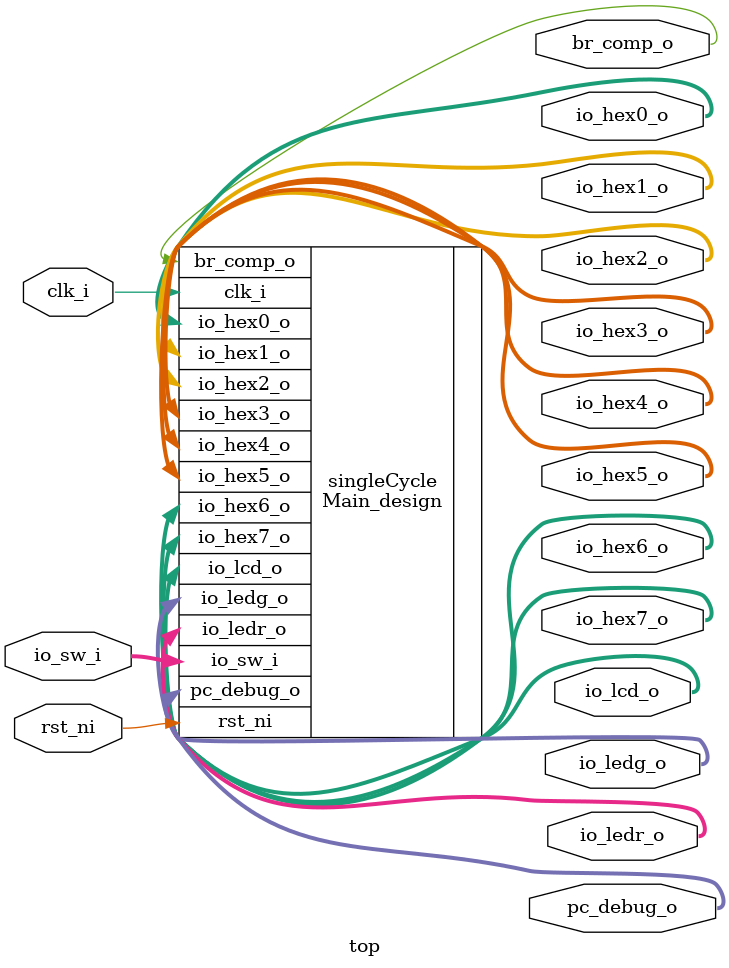
<source format=sv>

module top
(
  // Peripheral
  input  logic [31:0]      io_sw_i   ,
  output logic [31:0]      io_lcd_o  ,
  output logic [31:0]      io_ledg_o ,
  output logic [31:0]      io_ledr_o ,
  output logic [31:0]      io_hex0_o ,
  output logic [31:0]      io_hex1_o ,
  output logic [31:0]      io_hex2_o ,
  output logic [31:0]      io_hex3_o ,
  output logic [31:0]      io_hex4_o ,
  output logic [31:0]      io_hex5_o ,
  output logic [31:0]      io_hex6_o ,
  output logic [31:0]      io_hex7_o ,

  output logic [31:0]      pc_debug_o,
  output logic br_comp_o,
  // Clock and asynchronous reset active low
  input  logic             clk_i     ,
  input  logic             rst_ni
);

  Main_design singleCycle (
    .io_sw_i   (io_sw_i   ),
    .io_lcd_o  (io_lcd_o  ),
    .io_ledg_o (io_ledg_o ),
    .io_ledr_o (io_ledr_o ),
    .io_hex0_o (io_hex0_o ),
    .io_hex1_o (io_hex1_o ),
    .io_hex2_o (io_hex2_o ),
    .io_hex3_o (io_hex3_o ),
    .io_hex4_o (io_hex4_o ),
    .io_hex5_o (io_hex5_o ),
    .io_hex6_o (io_hex6_o ),
    .io_hex7_o (io_hex7_o ),
    .pc_debug_o(pc_debug_o),
    .br_comp_o (br_comp_o),
    .clk_i     (clk_i     ),
    .rst_ni    (rst_ni    )
  );

endmodule : top

</source>
